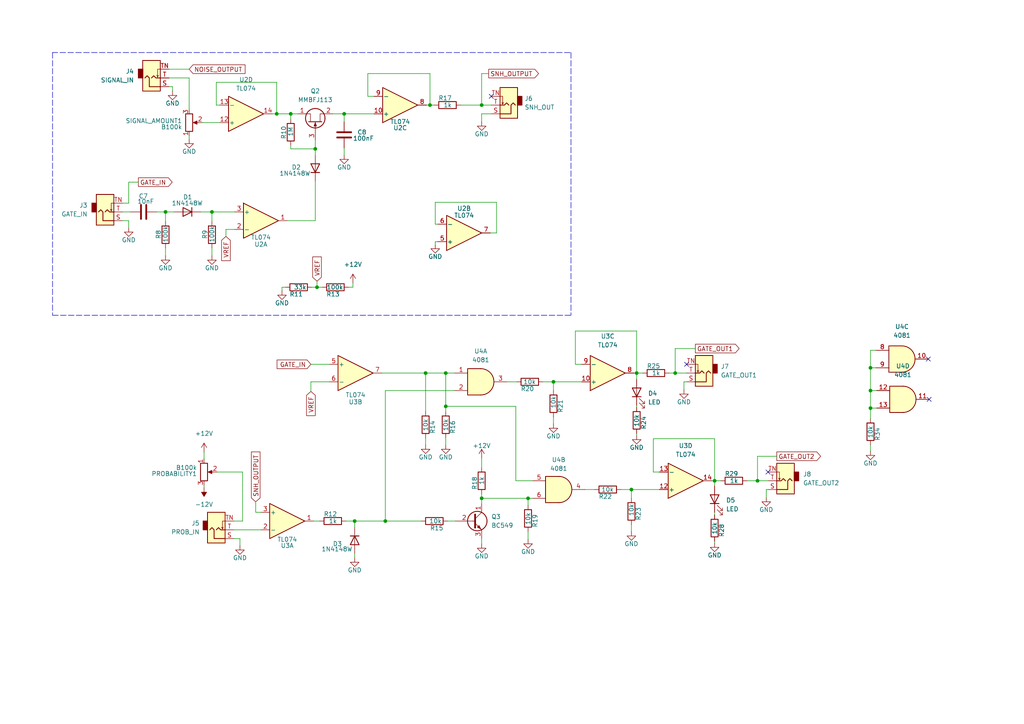
<source format=kicad_sch>
(kicad_sch (version 20211123) (generator eeschema)
  (paper "A4")
  (lib_symbols
    (symbol "4xxx:4081" (pin_names (offset 1.016))
      (property "Reference" "U" (at 0 1.27 0))
      (property "Value" "4081" (at 0 -1.27 0))
      (symbol "4081_1_1"
        (arc (start 0 -3.81) (mid 3.81 0) (end 0 3.81) (stroke (width 0.254)) (fill (type background)))
        (polyline (pts (xy 0 3.81) (xy -3.81 3.81) (xy -3.81 -3.81) (xy 0 -3.81)) (stroke (width 0.254)) (fill (type background)))
        (pin input line (at -7.62 2.54 0) (length 3.81) (name "~") (number "1"))
        (pin input line (at -7.62 -2.54 0) (length 3.81) (name "~") (number "2"))
        (pin output line (at 7.62 0 180) (length 3.81) (name "~") (number "3"))
      )
      (symbol "4081_1_2"
        (arc (start -3.81 -3.81) (mid -2.589 0) (end -3.81 3.81) (stroke (width 0.254)))
        (arc (start -0.6096 -3.81) (mid 2.1842 -2.5851) (end 3.81 0) (stroke (width 0.254)) (fill (type background)))
        (polyline (pts (xy -3.81 -3.81) (xy -0.635 -3.81)) (stroke (width 0.254)) (fill (type background)))
        (polyline (pts (xy -3.81 3.81) (xy -0.635 3.81)) (stroke (width 0.254)) (fill (type background)))
        (polyline (pts (xy -0.635 3.81) (xy -3.81 3.81) (xy -3.81 3.81) (xy -3.556 3.4036) (xy -3.0226 2.2606) (xy -2.6924 1.0414) (xy -2.6162 -0.254) (xy -2.7686 -1.4986) (xy -3.175 -2.7178) (xy -3.81 -3.81) (xy -3.81 -3.81) (xy -0.635 -3.81)) (stroke (width -25.4)) (fill (type background)))
        (arc (start 3.81 0) (mid 2.1915 2.5936) (end -0.6096 3.81) (stroke (width 0.254)) (fill (type background)))
        (pin input inverted (at -7.62 2.54 0) (length 4.318) (name "~") (number "1"))
        (pin input inverted (at -7.62 -2.54 0) (length 4.318) (name "~") (number "2"))
        (pin output inverted (at 7.62 0 180) (length 3.81) (name "~") (number "3"))
      )
      (symbol "4081_2_1"
        (arc (start 0 -3.81) (mid 3.81 0) (end 0 3.81) (stroke (width 0.254)) (fill (type background)))
        (polyline (pts (xy 0 3.81) (xy -3.81 3.81) (xy -3.81 -3.81) (xy 0 -3.81)) (stroke (width 0.254)) (fill (type background)))
        (pin output line (at 7.62 0 180) (length 3.81) (name "~") (number "4"))
        (pin input line (at -7.62 2.54 0) (length 3.81) (name "~") (number "5"))
        (pin input line (at -7.62 -2.54 0) (length 3.81) (name "~") (number "6"))
      )
      (symbol "4081_2_2"
        (arc (start -3.81 -3.81) (mid -2.589 0) (end -3.81 3.81) (stroke (width 0.254)))
        (arc (start -0.6096 -3.81) (mid 2.1842 -2.5851) (end 3.81 0) (stroke (width 0.254)) (fill (type background)))
        (polyline (pts (xy -3.81 -3.81) (xy -0.635 -3.81)) (stroke (width 0.254)) (fill (type background)))
        (polyline (pts (xy -3.81 3.81) (xy -0.635 3.81)) (stroke (width 0.254)) (fill (type background)))
        (polyline (pts (xy -0.635 3.81) (xy -3.81 3.81) (xy -3.81 3.81) (xy -3.556 3.4036) (xy -3.0226 2.2606) (xy -2.6924 1.0414) (xy -2.6162 -0.254) (xy -2.7686 -1.4986) (xy -3.175 -2.7178) (xy -3.81 -3.81) (xy -3.81 -3.81) (xy -0.635 -3.81)) (stroke (width -25.4)) (fill (type background)))
        (arc (start 3.81 0) (mid 2.1915 2.5936) (end -0.6096 3.81) (stroke (width 0.254)) (fill (type background)))
        (pin output inverted (at 7.62 0 180) (length 3.81) (name "~") (number "4"))
        (pin input inverted (at -7.62 2.54 0) (length 4.318) (name "~") (number "5"))
        (pin input inverted (at -7.62 -2.54 0) (length 4.318) (name "~") (number "6"))
      )
      (symbol "4081_3_1"
        (arc (start 0 -3.81) (mid 3.81 0) (end 0 3.81) (stroke (width 0.254)) (fill (type background)))
        (polyline (pts (xy 0 3.81) (xy -3.81 3.81) (xy -3.81 -3.81) (xy 0 -3.81)) (stroke (width 0.254)) (fill (type background)))
        (pin output line (at 7.62 0 180) (length 3.81) (name "~") (number "10"))
        (pin input line (at -7.62 2.54 0) (length 3.81) (name "~") (number "8"))
        (pin input line (at -7.62 -2.54 0) (length 3.81) (name "~") (number "9"))
      )
      (symbol "4081_3_2"
        (arc (start -3.81 -3.81) (mid -2.589 0) (end -3.81 3.81) (stroke (width 0.254)))
        (arc (start -0.6096 -3.81) (mid 2.1842 -2.5851) (end 3.81 0) (stroke (width 0.254)) (fill (type background)))
        (polyline (pts (xy -3.81 -3.81) (xy -0.635 -3.81)) (stroke (width 0.254)) (fill (type background)))
        (polyline (pts (xy -3.81 3.81) (xy -0.635 3.81)) (stroke (width 0.254)) (fill (type background)))
        (polyline (pts (xy -0.635 3.81) (xy -3.81 3.81) (xy -3.81 3.81) (xy -3.556 3.4036) (xy -3.0226 2.2606) (xy -2.6924 1.0414) (xy -2.6162 -0.254) (xy -2.7686 -1.4986) (xy -3.175 -2.7178) (xy -3.81 -3.81) (xy -3.81 -3.81) (xy -0.635 -3.81)) (stroke (width -25.4)) (fill (type background)))
        (arc (start 3.81 0) (mid 2.1915 2.5936) (end -0.6096 3.81) (stroke (width 0.254)) (fill (type background)))
        (pin output inverted (at 7.62 0 180) (length 3.81) (name "~") (number "10"))
        (pin input inverted (at -7.62 2.54 0) (length 4.318) (name "~") (number "8"))
        (pin input inverted (at -7.62 -2.54 0) (length 4.318) (name "~") (number "9"))
      )
      (symbol "4081_4_1"
        (arc (start 0 -3.81) (mid 3.81 0) (end 0 3.81) (stroke (width 0.254)) (fill (type background)))
        (polyline (pts (xy 0 3.81) (xy -3.81 3.81) (xy -3.81 -3.81) (xy 0 -3.81)) (stroke (width 0.254)) (fill (type background)))
        (pin output line (at 7.62 0 180) (length 3.81) (name "~") (number "11"))
        (pin input line (at -7.62 2.54 0) (length 3.81) (name "~") (number "12"))
        (pin input line (at -7.62 -2.54 0) (length 3.81) (name "~") (number "13"))
      )
      (symbol "4081_4_2"
        (arc (start -3.81 -3.81) (mid -2.589 0) (end -3.81 3.81) (stroke (width 0.254)))
        (arc (start -0.6096 -3.81) (mid 2.1842 -2.5851) (end 3.81 0) (stroke (width 0.254)) (fill (type background)))
        (polyline (pts (xy -3.81 -3.81) (xy -0.635 -3.81)) (stroke (width 0.254)) (fill (type background)))
        (polyline (pts (xy -3.81 3.81) (xy -0.635 3.81)) (stroke (width 0.254)) (fill (type background)))
        (polyline (pts (xy -0.635 3.81) (xy -3.81 3.81) (xy -3.81 3.81) (xy -3.556 3.4036) (xy -3.0226 2.2606) (xy -2.6924 1.0414) (xy -2.6162 -0.254) (xy -2.7686 -1.4986) (xy -3.175 -2.7178) (xy -3.81 -3.81) (xy -3.81 -3.81) (xy -0.635 -3.81)) (stroke (width -25.4)) (fill (type background)))
        (arc (start 3.81 0) (mid 2.1915 2.5936) (end -0.6096 3.81) (stroke (width 0.254)) (fill (type background)))
        (pin output inverted (at 7.62 0 180) (length 3.81) (name "~") (number "11"))
        (pin input inverted (at -7.62 2.54 0) (length 4.318) (name "~") (number "12"))
        (pin input inverted (at -7.62 -2.54 0) (length 4.318) (name "~") (number "13"))
      )
      (symbol "4081_5_0"
        (pin power_in line (at 0 12.7 270) (length 5.08) (name "VDD") (number "14"))
        (pin power_in line (at 0 -12.7 90) (length 5.08) (name "VSS") (number "7"))
      )
      (symbol "4081_5_1"
        (rectangle (start -5.08 7.62) (end 5.08 -7.62) (stroke (width 0.254)) (fill (type background)))
      )
    )
    (symbol "Amplifier_Operational:TL074" (pin_names (offset 0.127))
      (property "Reference" "U" (at 0 5.08 0))
      (property "Value" "TL074" (at 0 -5.08 0))
      (symbol "TL074_1_1"
        (polyline (pts (xy -5.08 5.08) (xy 5.08 0) (xy -5.08 -5.08) (xy -5.08 5.08)) (stroke (width 0.254)) (fill (type background)))
        (pin output line (at 7.62 0 180) (length 2.54) (name "~") (number "1"))
        (pin input line (at -7.62 -2.54 0) (length 2.54) (name "-") (number "2"))
        (pin input line (at -7.62 2.54 0) (length 2.54) (name "+") (number "3"))
      )
      (symbol "TL074_2_1"
        (polyline (pts (xy -5.08 5.08) (xy 5.08 0) (xy -5.08 -5.08) (xy -5.08 5.08)) (stroke (width 0.254)) (fill (type background)))
        (pin input line (at -7.62 2.54 0) (length 2.54) (name "+") (number "5"))
        (pin input line (at -7.62 -2.54 0) (length 2.54) (name "-") (number "6"))
        (pin output line (at 7.62 0 180) (length 2.54) (name "~") (number "7"))
      )
      (symbol "TL074_3_1"
        (polyline (pts (xy -5.08 5.08) (xy 5.08 0) (xy -5.08 -5.08) (xy -5.08 5.08)) (stroke (width 0.254)) (fill (type background)))
        (pin input line (at -7.62 2.54 0) (length 2.54) (name "+") (number "10"))
        (pin output line (at 7.62 0 180) (length 2.54) (name "~") (number "8"))
        (pin input line (at -7.62 -2.54 0) (length 2.54) (name "-") (number "9"))
      )
      (symbol "TL074_4_1"
        (polyline (pts (xy -5.08 5.08) (xy 5.08 0) (xy -5.08 -5.08) (xy -5.08 5.08)) (stroke (width 0.254)) (fill (type background)))
        (pin input line (at -7.62 2.54 0) (length 2.54) (name "+") (number "12"))
        (pin input line (at -7.62 -2.54 0) (length 2.54) (name "-") (number "13"))
        (pin output line (at 7.62 0 180) (length 2.54) (name "~") (number "14"))
      )
      (symbol "TL074_5_1"
        (pin power_in line (at -2.54 -7.62 90) (length 3.81) (name "V-") (number "11"))
        (pin power_in line (at -2.54 7.62 270) (length 3.81) (name "V+") (number "4"))
      )
    )
    (symbol "Connector:AudioJack2_SwitchT"
      (property "Reference" "J" (at 0 8.89 0))
      (property "Value" "AudioJack2_SwitchT" (at 0 6.35 0))
      (symbol "AudioJack2_SwitchT_0_1"
        (rectangle (start -2.54 0) (end -3.81 -2.54) (stroke (width 0.254)) (fill (type outline)))
        (polyline (pts (xy 1.778 -0.254) (xy 2.032 -0.762)))
        (polyline (pts (xy 0 0) (xy 0.635 -0.635) (xy 1.27 0) (xy 2.54 0)) (stroke (width 0.254)))
        (polyline (pts (xy 2.54 -2.54) (xy 1.778 -2.54) (xy 1.778 -0.254) (xy 1.524 -0.762)))
        (polyline (pts (xy 2.54 2.54) (xy -0.635 2.54) (xy -0.635 0) (xy -1.27 -0.635) (xy -1.905 0)) (stroke (width 0.254)))
        (rectangle (start 2.54 3.81) (end -2.54 -5.08) (stroke (width 0.254)) (fill (type background)))
      )
      (symbol "AudioJack2_SwitchT_1_1"
        (pin passive line (at 5.08 2.54 180) (length 2.54) (name "~") (number "S"))
        (pin passive line (at 5.08 0 180) (length 2.54) (name "~") (number "T"))
        (pin passive line (at 5.08 -2.54 180) (length 2.54) (name "~") (number "TN"))
      )
    )
    (symbol "Device:C" (pin_numbers hide) (pin_names (offset 0.254))
      (property "Reference" "C" (at 0.635 2.54 0))
      (property "Value" "C" (at 0.635 -2.54 0))
      (symbol "C_0_1"
        (polyline (pts (xy -2.032 -0.762) (xy 2.032 -0.762)) (stroke (width 0.508)))
        (polyline (pts (xy -2.032 0.762) (xy 2.032 0.762)) (stroke (width 0.508)))
      )
      (symbol "C_1_1"
        (pin passive line (at 0 3.81 270) (length 2.794) (name "~") (number "1"))
        (pin passive line (at 0 -3.81 90) (length 2.794) (name "~") (number "2"))
      )
    )
    (symbol "Device:LED" (pin_numbers hide) (pin_names (offset 1.016) hide)
      (property "Reference" "D" (at 0 2.54 0))
      (property "Value" "LED" (at 0 -2.54 0))
      (symbol "LED_0_1"
        (polyline (pts (xy -1.27 -1.27) (xy -1.27 1.27)) (stroke (width 0.254)))
        (polyline (pts (xy -1.27 0) (xy 1.27 0)))
        (polyline (pts (xy 1.27 -1.27) (xy 1.27 1.27) (xy -1.27 0) (xy 1.27 -1.27)) (stroke (width 0.254)))
        (polyline (pts (xy -3.048 -0.762) (xy -4.572 -2.286) (xy -3.81 -2.286) (xy -4.572 -2.286) (xy -4.572 -1.524)))
        (polyline (pts (xy -1.778 -0.762) (xy -3.302 -2.286) (xy -2.54 -2.286) (xy -3.302 -2.286) (xy -3.302 -1.524)))
      )
      (symbol "LED_1_1"
        (pin passive line (at -3.81 0 0) (length 2.54) (name "K") (number "1"))
        (pin passive line (at 3.81 0 180) (length 2.54) (name "A") (number "2"))
      )
    )
    (symbol "Device:R" (pin_numbers hide) (pin_names (offset 0))
      (property "Reference" "R" (at 2.032 0 90))
      (property "Value" "R" (at 0 0 90))
      (symbol "R_0_1"
        (rectangle (start -1.016 -2.54) (end 1.016 2.54) (stroke (width 0.254)))
      )
      (symbol "R_1_1"
        (pin passive line (at 0 3.81 270) (length 1.27) (name "~") (number "1"))
        (pin passive line (at 0 -3.81 90) (length 1.27) (name "~") (number "2"))
      )
    )
    (symbol "Device:R_Potentiometer" (pin_names (offset 1.016) hide)
      (property "Reference" "RV" (at -4.445 0 90))
      (property "Value" "R_Potentiometer" (at -2.54 0 90))
      (symbol "R_Potentiometer_0_1"
        (polyline (pts (xy 2.54 0) (xy 1.524 0)))
        (polyline (pts (xy 1.143 0) (xy 2.286 0.508) (xy 2.286 -0.508) (xy 1.143 0)) (fill (type outline)))
        (rectangle (start 1.016 2.54) (end -1.016 -2.54) (stroke (width 0.254)))
      )
      (symbol "R_Potentiometer_1_1"
        (pin passive line (at 0 3.81 270) (length 1.27) (name "1") (number "1"))
        (pin passive line (at 3.81 0 180) (length 1.27) (name "2") (number "2"))
        (pin passive line (at 0 -3.81 90) (length 1.27) (name "3") (number "3"))
      )
    )
    (symbol "Diode:1N4148W" (pin_numbers hide) (pin_names hide)
      (property "Reference" "D" (at 0 2.54 0))
      (property "Value" "1N4148W" (at 0 -2.54 0))
      (symbol "1N4148W_0_1"
        (polyline (pts (xy -1.27 1.27) (xy -1.27 -1.27)) (stroke (width 0.254)))
        (polyline (pts (xy 1.27 0) (xy -1.27 0)))
        (polyline (pts (xy 1.27 1.27) (xy 1.27 -1.27) (xy -1.27 0) (xy 1.27 1.27)) (stroke (width 0.254)))
      )
      (symbol "1N4148W_1_1"
        (pin passive line (at -3.81 0 0) (length 2.54) (name "K") (number "1"))
        (pin passive line (at 3.81 0 180) (length 2.54) (name "A") (number "2"))
      )
    )
    (symbol "Transistor_BJT:BC549" (pin_names (offset 0) hide)
      (property "Reference" "Q" (at 5.08 1.905 0))
      (property "Value" "BC549" (at 5.08 0 0))
      (symbol "BC549_0_1"
        (polyline (pts (xy 0 0) (xy 0.635 0)))
        (polyline (pts (xy 0.635 0.635) (xy 2.54 2.54)))
        (polyline (pts (xy 0.635 -0.635) (xy 2.54 -2.54) (xy 2.54 -2.54)))
        (polyline (pts (xy 0.635 1.905) (xy 0.635 -1.905) (xy 0.635 -1.905)) (stroke (width 0.508)))
        (polyline (pts (xy 1.27 -1.778) (xy 1.778 -1.27) (xy 2.286 -2.286) (xy 1.27 -1.778) (xy 1.27 -1.778)) (fill (type outline)))
        (circle (center 1.27 0) (radius 2.8194) (stroke (width 0.254)))
      )
      (symbol "BC549_1_1"
        (pin passive line (at 2.54 5.08 270) (length 2.54) (name "C") (number "1"))
        (pin input line (at -5.08 0 0) (length 5.08) (name "B") (number "2"))
        (pin passive line (at 2.54 -5.08 90) (length 2.54) (name "E") (number "3"))
      )
    )
    (symbol "Transistor_FET:MMBFJ113" (pin_names hide)
      (property "Reference" "Q" (at 5.08 1.905 0))
      (property "Value" "MMBFJ113" (at 5.08 0 0))
      (symbol "MMBFJ113_0_1"
        (polyline (pts (xy 0.254 0) (xy -2.54 0)))
        (polyline (pts (xy 0.254 1.905) (xy 0.254 -1.905)) (stroke (width 0.254)))
        (polyline (pts (xy 2.54 -2.54) (xy 2.54 -1.397) (xy 0.254 -1.397)))
        (polyline (pts (xy 2.54 2.54) (xy 2.54 1.397) (xy 0.254 1.397)))
        (polyline (pts (xy 0 0) (xy -1.016 0.381) (xy -1.016 -0.381) (xy 0 0)) (fill (type outline)))
        (circle (center 1.27 0) (radius 2.8194) (stroke (width 0.254)))
      )
      (symbol "MMBFJ113_1_1"
        (pin passive line (at 2.54 5.08 270) (length 2.54) (name "D") (number "1"))
        (pin passive line (at 2.54 -5.08 90) (length 2.54) (name "S") (number "2"))
        (pin input line (at -5.08 0 0) (length 2.54) (name "G") (number "3"))
      )
    )
    (symbol "power:+12V" (power) (pin_names (offset 0))
      (property "Value" "+12V" (at 0 3.556 0))
      (symbol "+12V_0_1"
        (polyline (pts (xy -0.762 1.27) (xy 0 2.54)))
        (polyline (pts (xy 0 0) (xy 0 2.54)))
        (polyline (pts (xy 0 2.54) (xy 0.762 1.27)))
      )
      (symbol "+12V_1_1"
        (pin power_in line (at 0 0 90) (length 0) hide (name "+12V") (number "1"))
      )
    )
    (symbol "power:-12V" (power) (pin_names (offset 0))
      (property "Value" "-12V" (at 0 3.81 0))
      (symbol "-12V_0_0"
        (pin power_in line (at 0 0 90) (length 0) hide (name "-12V") (number "1"))
      )
      (symbol "-12V_0_1"
        (polyline (pts (xy 0 0) (xy 0 1.27) (xy 0.762 1.27) (xy 0 2.54) (xy -0.762 1.27) (xy 0 1.27)) (fill (type outline)))
      )
    )
    (symbol "power:GND" (power) (pin_names (offset 0))
      (property "Value" "GND" (at 0 -3.81 0))
      (symbol "GND_0_1"
        (polyline (pts (xy 0 0) (xy 0 -1.27) (xy 1.27 -1.27) (xy 0 -2.54) (xy -1.27 -1.27) (xy 0 -1.27)))
      )
      (symbol "GND_1_1"
        (pin power_in line (at 0 0 270) (length 0) hide (name "GND") (number "1"))
      )
    )
  )
  (junction (at 252.476 113.284))
  (junction (at 195.834 108.204))
  (junction (at 124.714 30.48))
  (junction (at 91.948 83.312))
  (junction (at 184.658 108.204))
  (junction (at 129.286 117.856))
  (junction (at 102.87 151.13))
  (junction (at 129.286 108.204))
  (junction (at 61.468 61.468))
  (junction (at 80.264 33.02))
  (junction (at 139.7 30.48))
  (junction (at 160.528 110.744))
  (junction (at 252.476 106.68))
  (junction (at 207.264 139.446))
  (junction (at 219.71 139.446))
  (junction (at 99.822 33.02))
  (junction (at 139.7 144.526))
  (junction (at 48.006 61.468))
  (junction (at 183.134 141.986))
  (junction (at 84.328 33.02))
  (junction (at 252.476 118.364))
  (junction (at 123.444 108.204))
  (junction (at 91.44 43.18))
  (junction (at 111.76 151.13))
  (junction (at 153.162 144.526))
  (no_connect (at 142.494 27.94))
  (no_connect (at 222.758 136.906))
  (no_connect (at 269.24 104.14))
  (no_connect (at 269.494 115.824))
  (no_connect (at 199.136 105.664))
  (wire (pts (xy 225.298 132.334) (xy 219.71 132.334)))
  (wire (pts (xy 189.484 136.906) (xy 189.484 127.254)))
  (wire (pts (xy 61.468 61.468) (xy 61.468 64.262)))
  (wire (pts (xy 59.182 140.716) (xy 59.182 141.478)))
  (wire (pts (xy 67.818 151.13) (xy 70.358 151.13)))
  (wire (pts (xy 139.7 132.842) (xy 139.7 135.636)))
  (wire (pts (xy 84.328 43.18) (xy 91.44 43.18)))
  (wire (pts (xy 84.328 42.164) (xy 84.328 43.18)))
  (wire (pts (xy 37.338 66.04) (xy 37.338 64.008)))
  (wire (pts (xy 142.24 67.564) (xy 144.018 67.564)))
  (wire (pts (xy 48.006 61.468) (xy 48.006 64.262)))
  (wire (pts (xy 78.994 33.02) (xy 80.264 33.02)))
  (wire (pts (xy 206.502 139.446) (xy 207.264 139.446)))
  (wire (pts (xy 74.168 145.542) (xy 74.168 148.59)))
  (wire (pts (xy 50.038 26.416) (xy 50.038 25.146)))
  (wire (pts (xy 123.444 108.204) (xy 123.444 119.38)))
  (wire (pts (xy 58.166 61.468) (xy 61.468 61.468)))
  (wire (pts (xy 91.44 52.578) (xy 91.44 64.008)))
  (wire (pts (xy 62.992 136.906) (xy 70.358 136.906)))
  (wire (pts (xy 157.48 110.744) (xy 160.528 110.744)))
  (wire (pts (xy 252.476 106.68) (xy 254 106.68)))
  (wire (pts (xy 80.264 33.02) (xy 84.328 33.02)))
  (wire (pts (xy 129.286 117.856) (xy 149.606 117.856)))
  (wire (pts (xy 139.7 30.48) (xy 139.7 21.336)))
  (wire (pts (xy 184.658 108.204) (xy 186.436 108.204)))
  (wire (pts (xy 70.358 136.906) (xy 70.358 151.13)))
  (wire (pts (xy 61.468 61.468) (xy 68.072 61.468)))
  (wire (pts (xy 59.182 131.064) (xy 59.182 133.096)))
  (wire (pts (xy 54.864 22.606) (xy 54.864 31.75)))
  (wire (pts (xy 37.338 52.832) (xy 37.338 58.928)))
  (wire (pts (xy 252.476 118.364) (xy 252.476 121.412)))
  (polyline (pts (xy 15.24 15.24) (xy 15.24 91.44)))
  (wire (pts (xy 184.658 117.602) (xy 184.658 118.11)))
  (wire (pts (xy 139.7 33.02) (xy 139.7 35.306)))
  (wire (pts (xy 133.604 30.48) (xy 139.7 30.48)))
  (wire (pts (xy 252.476 118.364) (xy 254.254 118.364)))
  (wire (pts (xy 100.33 151.13) (xy 102.87 151.13)))
  (wire (pts (xy 65.532 66.548) (xy 65.532 68.58)))
  (wire (pts (xy 67.818 153.67) (xy 75.692 153.67)))
  (wire (pts (xy 37.338 64.008) (xy 35.56 64.008)))
  (wire (pts (xy 49.022 20.066) (xy 54.864 20.066)))
  (wire (pts (xy 62.738 23.876) (xy 80.264 23.876)))
  (wire (pts (xy 129.794 151.13) (xy 132.08 151.13)))
  (wire (pts (xy 160.528 110.744) (xy 168.656 110.744)))
  (wire (pts (xy 90.17 113.538) (xy 90.17 110.744)))
  (wire (pts (xy 124.714 30.48) (xy 125.984 30.48)))
  (wire (pts (xy 58.674 35.56) (xy 63.754 35.56)))
  (wire (pts (xy 207.264 148.59) (xy 207.264 149.352)))
  (wire (pts (xy 153.162 154.178) (xy 153.162 156.464)))
  (wire (pts (xy 222.25 141.986) (xy 222.25 144.272)))
  (wire (pts (xy 91.948 83.312) (xy 93.472 83.312)))
  (wire (pts (xy 106.68 21.336) (xy 124.714 21.336)))
  (wire (pts (xy 147.066 110.744) (xy 149.86 110.744)))
  (polyline (pts (xy 165.608 15.24) (xy 165.608 91.44)))
  (wire (pts (xy 99.822 33.02) (xy 108.458 33.02)))
  (wire (pts (xy 160.528 120.904) (xy 160.528 122.936)))
  (wire (pts (xy 74.168 148.59) (xy 75.692 148.59)))
  (wire (pts (xy 195.834 101.092) (xy 195.834 108.204)))
  (wire (pts (xy 45.466 61.468) (xy 48.006 61.468)))
  (wire (pts (xy 207.264 156.972) (xy 207.264 157.48)))
  (wire (pts (xy 252.476 129.032) (xy 252.476 130.81)))
  (wire (pts (xy 68.072 66.548) (xy 65.532 66.548)))
  (polyline (pts (xy 15.24 91.44) (xy 165.608 91.44)))
  (wire (pts (xy 63.754 30.48) (xy 62.738 30.48)))
  (wire (pts (xy 82.804 83.312) (xy 81.788 83.312)))
  (wire (pts (xy 123.444 127) (xy 123.444 129.032)))
  (wire (pts (xy 91.44 64.008) (xy 83.312 64.008)))
  (wire (pts (xy 108.458 27.94) (xy 106.68 27.94)))
  (wire (pts (xy 90.17 105.664) (xy 95.504 105.664)))
  (wire (pts (xy 129.286 108.204) (xy 129.286 117.856)))
  (wire (pts (xy 252.476 106.68) (xy 252.476 113.284)))
  (wire (pts (xy 91.948 81.534) (xy 91.948 83.312)))
  (wire (pts (xy 124.714 21.336) (xy 124.714 30.48)))
  (wire (pts (xy 169.672 141.986) (xy 172.466 141.986)))
  (wire (pts (xy 139.7 21.336) (xy 141.732 21.336)))
  (wire (pts (xy 111.76 113.284) (xy 131.826 113.284)))
  (wire (pts (xy 219.71 132.334) (xy 219.71 139.446)))
  (wire (pts (xy 49.022 22.606) (xy 54.864 22.606)))
  (wire (pts (xy 106.68 27.94) (xy 106.68 21.336)))
  (wire (pts (xy 139.7 156.21) (xy 139.7 157.734)))
  (wire (pts (xy 166.878 105.664) (xy 166.878 96.012)))
  (wire (pts (xy 168.656 105.664) (xy 166.878 105.664)))
  (wire (pts (xy 90.17 110.744) (xy 95.504 110.744)))
  (wire (pts (xy 129.286 127) (xy 129.286 129.032)))
  (wire (pts (xy 69.596 158.242) (xy 69.596 156.21)))
  (wire (pts (xy 207.264 139.446) (xy 207.264 140.97)))
  (wire (pts (xy 126.238 58.674) (xy 126.238 65.024)))
  (wire (pts (xy 195.834 108.204) (xy 199.136 108.204)))
  (wire (pts (xy 48.006 71.882) (xy 48.006 74.168)))
  (wire (pts (xy 91.44 43.18) (xy 91.44 44.958)))
  (wire (pts (xy 216.662 139.446) (xy 219.71 139.446)))
  (wire (pts (xy 207.264 139.446) (xy 209.042 139.446)))
  (wire (pts (xy 126.238 65.024) (xy 127 65.024)))
  (wire (pts (xy 160.528 113.284) (xy 160.528 110.744)))
  (wire (pts (xy 139.7 144.526) (xy 139.7 146.05)))
  (wire (pts (xy 99.822 33.02) (xy 99.822 35.306)))
  (wire (pts (xy 149.606 139.446) (xy 154.432 139.446)))
  (wire (pts (xy 69.596 156.21) (xy 67.818 156.21)))
  (wire (pts (xy 110.744 108.204) (xy 123.444 108.204)))
  (wire (pts (xy 184.658 125.73) (xy 184.658 126.238)))
  (wire (pts (xy 183.896 108.204) (xy 184.658 108.204)))
  (wire (pts (xy 40.132 52.832) (xy 37.338 52.832)))
  (wire (pts (xy 183.134 152.146) (xy 183.134 154.178)))
  (wire (pts (xy 184.658 96.012) (xy 184.658 108.204)))
  (wire (pts (xy 144.018 58.674) (xy 126.238 58.674)))
  (wire (pts (xy 54.864 39.37) (xy 54.864 40.386)))
  (wire (pts (xy 184.658 108.204) (xy 184.658 109.982)))
  (polyline (pts (xy 165.354 15.24) (xy 15.24 15.24)))
  (wire (pts (xy 123.444 108.204) (xy 129.286 108.204)))
  (wire (pts (xy 139.7 144.526) (xy 153.162 144.526)))
  (wire (pts (xy 183.134 141.986) (xy 191.262 141.986)))
  (wire (pts (xy 111.76 151.13) (xy 122.174 151.13)))
  (wire (pts (xy 90.932 151.13) (xy 92.71 151.13)))
  (wire (pts (xy 48.006 61.468) (xy 50.546 61.468)))
  (wire (pts (xy 124.714 30.48) (xy 123.698 30.48)))
  (wire (pts (xy 222.758 141.986) (xy 222.25 141.986)))
  (wire (pts (xy 183.134 144.526) (xy 183.134 141.986)))
  (wire (pts (xy 142.494 33.02) (xy 139.7 33.02)))
  (wire (pts (xy 201.676 101.092) (xy 195.834 101.092)))
  (wire (pts (xy 198.374 110.744) (xy 198.374 113.03)))
  (wire (pts (xy 102.87 160.528) (xy 102.87 161.798)))
  (wire (pts (xy 96.52 33.02) (xy 99.822 33.02)))
  (wire (pts (xy 50.038 25.146) (xy 49.022 25.146)))
  (wire (pts (xy 252.476 101.6) (xy 252.476 106.68)))
  (wire (pts (xy 139.7 143.256) (xy 139.7 144.526)))
  (wire (pts (xy 254 101.6) (xy 252.476 101.6)))
  (wire (pts (xy 102.87 151.13) (xy 102.87 152.908)))
  (wire (pts (xy 254.254 113.284) (xy 252.476 113.284)))
  (wire (pts (xy 99.822 42.926) (xy 99.822 44.958)))
  (wire (pts (xy 139.7 30.48) (xy 142.494 30.48)))
  (wire (pts (xy 126.238 70.104) (xy 126.238 70.866)))
  (wire (pts (xy 81.788 83.312) (xy 81.788 84.328)))
  (wire (pts (xy 127 70.104) (xy 126.238 70.104)))
  (wire (pts (xy 129.286 117.856) (xy 129.286 119.38)))
  (wire (pts (xy 37.338 58.928) (xy 35.56 58.928)))
  (wire (pts (xy 102.87 151.13) (xy 111.76 151.13)))
  (wire (pts (xy 144.018 67.564) (xy 144.018 58.674)))
  (wire (pts (xy 35.56 61.468) (xy 37.846 61.468)))
  (wire (pts (xy 153.162 144.526) (xy 154.432 144.526)))
  (wire (pts (xy 149.606 117.856) (xy 149.606 139.446)))
  (wire (pts (xy 102.362 82.042) (xy 102.362 83.312)))
  (wire (pts (xy 111.76 113.284) (xy 111.76 151.13)))
  (wire (pts (xy 61.468 71.882) (xy 61.468 74.168)))
  (wire (pts (xy 166.878 96.012) (xy 184.658 96.012)))
  (wire (pts (xy 153.162 144.526) (xy 153.162 146.558)))
  (wire (pts (xy 80.264 23.876) (xy 80.264 33.02)))
  (wire (pts (xy 90.424 83.312) (xy 91.948 83.312)))
  (wire (pts (xy 102.362 83.312) (xy 101.092 83.312)))
  (wire (pts (xy 207.264 127.254) (xy 207.264 139.446)))
  (wire (pts (xy 84.328 33.02) (xy 86.36 33.02)))
  (wire (pts (xy 189.484 127.254) (xy 207.264 127.254)))
  (wire (pts (xy 199.136 110.744) (xy 198.374 110.744)))
  (wire (pts (xy 252.476 113.284) (xy 252.476 118.364)))
  (wire (pts (xy 194.056 108.204) (xy 195.834 108.204)))
  (wire (pts (xy 180.086 141.986) (xy 183.134 141.986)))
  (wire (pts (xy 62.738 30.48) (xy 62.738 23.876)))
  (wire (pts (xy 91.44 40.64) (xy 91.44 43.18)))
  (wire (pts (xy 191.262 136.906) (xy 189.484 136.906)))
  (wire (pts (xy 219.71 139.446) (xy 222.758 139.446)))
  (wire (pts (xy 84.328 33.02) (xy 84.328 34.544)))
  (wire (pts (xy 129.286 108.204) (xy 131.826 108.204)))
  (global_label "GATE_IN" (shape output) (at 40.132 52.832 0) (property "Intersheet References" "${INTERSHEET_REFS}" (effects hide)))
  (global_label "VREF" (shape input) (at 65.532 68.58 270) (property "Intersheet References" "${INTERSHEET_REFS}" (effects hide)))
  (global_label "NOISE_OUTPUT" (shape input) (at 54.864 20.066 0) (property "Intersheet References" "${INTERSHEET_REFS}" (effects hide)))
  (global_label "VREF" (shape input) (at 91.948 81.534 90) (property "Intersheet References" "${INTERSHEET_REFS}" (effects hide)))
  (global_label "VREF" (shape input) (at 90.17 113.538 270) (property "Intersheet References" "${INTERSHEET_REFS}" (effects hide)))
  (global_label "SNH_OUTPUT" (shape input) (at 74.168 145.542 90) (property "Intersheet References" "${INTERSHEET_REFS}" (effects hide)))
  (global_label "GATE_IN" (shape input) (at 90.17 105.664 180) (property "Intersheet References" "${INTERSHEET_REFS}" (effects hide)))
  (global_label "GATE_OUT1" (shape output) (at 201.676 101.092 0) (property "Intersheet References" "${INTERSHEET_REFS}" (effects hide)))
  (global_label "GATE_OUT2" (shape output) (at 225.298 132.334 0) (property "Intersheet References" "${INTERSHEET_REFS}" (effects hide)))
  (global_label "SNH_OUTPUT" (shape output) (at 141.732 21.336 0) (property "Intersheet References" "${INTERSHEET_REFS}" (effects hide)))
  (symbol (lib_id "Device:R") (at 96.52 151.13 90) (unit 1)
    (property "Reference" "R12" (at 97.79 149.098 90) (effects (justify left)))
    (property "Value" "1k" (at 97.79 151.13 90) (effects (justify left)))
    (property "Footprint" "Resistor_SMD:R_0603_1608Metric_Pad0.98x0.95mm_HandSolder" (effects hide))
  )
  (symbol (lib_id "power:+12V") (at 102.362 82.042 0) (unit 1)
    (property "Reference" "#PWR029" (effects hide))
    (property "Value" "+12V" (at 102.362 76.708 0))
  )
  (symbol (lib_id "Connector:AudioJack2_SwitchT") (at 204.216 108.204 180) (unit 1)
    (property "Reference" "J7" (at 209.042 106.2989 0) (effects (justify right)))
    (property "Value" "GATE_OUT1" (at 209.042 108.8389 0) (effects (justify right)))
    (property "Footprint" "benjiaomodular:AudioJack_3.5mm" (effects hide))
  )
  (symbol (lib_id "power:+12V") (at 139.7 132.842 0) (unit 1)
    (property "Reference" "#PWR035" (effects hide))
    (property "Value" "+12V" (at 139.7 129.286 0))
  )
  (symbol (lib_id "Amplifier_Operational:TL074") (at 83.312 151.13 0) (unit 1)
    (property "Reference" "U3" (at 83.312 158.242 0))
    (property "Value" "TL074" (at 83.312 156.464 0))
    (property "Footprint" "Package_SO:SOIC-14_3.9x8.7mm_P1.27mm" (effects hide))
    (property "Datasheet" "http://www.ti.com/lit/ds/symlink/tl071.pdf" (effects hide))
  )
  (symbol (lib_id "Device:R") (at 123.444 123.19 180) (unit 1)
    (property "Reference" "R14" (at 125.476 121.92 90) (effects (justify left)))
    (property "Value" "10k" (at 123.444 121.412 90) (effects (justify left)))
    (property "Footprint" "Resistor_SMD:R_0603_1608Metric_Pad0.98x0.95mm_HandSolder" (effects hide))
  )
  (symbol (lib_id "Device:R") (at 207.264 153.162 180) (unit 1)
    (property "Reference" "R28" (at 209.296 151.892 90) (effects (justify left)))
    (property "Value" "10k" (at 207.264 151.384 90) (effects (justify left)))
    (property "Footprint" "Resistor_SMD:R_0603_1608Metric_Pad0.98x0.95mm_HandSolder" (effects hide))
  )
  (symbol (lib_id "Amplifier_Operational:TL074") (at 176.276 108.204 0) (mirror x) (unit 3)
    (property "Reference" "U3" (at 176.276 97.536 0))
    (property "Value" "TL074" (at 176.276 100.076 0))
    (property "Footprint" "Package_SO:SOIC-14_3.9x8.7mm_P1.27mm" (effects hide))
    (property "Datasheet" "http://www.ti.com/lit/ds/symlink/tl071.pdf" (effects hide))
  )
  (symbol (lib_id "Device:R") (at 184.658 121.92 180) (unit 1)
    (property "Reference" "R24" (at 186.69 120.65 90) (effects (justify left)))
    (property "Value" "10k" (at 184.658 120.142 90) (effects (justify left)))
    (property "Footprint" "Resistor_SMD:R_0603_1608Metric_Pad0.98x0.95mm_HandSolder" (effects hide))
  )
  (symbol (lib_id "power:GND") (at 54.864 40.386 0) (unit 1)
    (property "Reference" "#PWR022" (effects hide))
    (property "Value" "GND" (at 54.864 43.942 0))
  )
  (symbol (lib_id "power:GND") (at 139.7 35.306 0) (unit 1)
    (property "Reference" "#PWR034" (effects hide))
    (property "Value" "GND" (at 139.7 38.862 0))
  )
  (symbol (lib_id "power:GND") (at 153.162 156.464 0) (unit 1)
    (property "Reference" "#PWR037" (effects hide))
    (property "Value" "GND" (at 153.162 160.02 0))
  )
  (symbol (lib_id "4xxx:4081") (at 139.446 110.744 0) (unit 1)
    (property "Reference" "U4" (at 139.446 101.854 0))
    (property "Value" "4081" (at 139.446 104.394 0))
    (property "Footprint" "Package_SO:SOIC-14_3.9x8.7mm_P1.27mm" (effects hide))
    (property "Datasheet" "http://www.intersil.com/content/dam/Intersil/documents/cd40/cd4073bms-81bms-82bms.pdf" (effects hide))
  )
  (symbol (lib_id "Device:R") (at 153.67 110.744 90) (unit 1)
    (property "Reference" "R20" (at 154.94 112.776 90) (effects (justify left)))
    (property "Value" "10k" (at 155.448 110.744 90) (effects (justify left)))
    (property "Footprint" "Resistor_SMD:R_0603_1608Metric_Pad0.98x0.95mm_HandSolder" (effects hide))
  )
  (symbol (lib_id "power:GND") (at 61.468 74.168 0) (unit 1)
    (property "Reference" "#PWR025" (effects hide))
    (property "Value" "GND" (at 61.468 77.724 0))
  )
  (symbol (lib_id "Device:R") (at 183.134 148.336 180) (unit 1)
    (property "Reference" "R23" (at 185.166 147.066 90) (effects (justify left)))
    (property "Value" "10k" (at 183.134 146.05 90) (effects (justify left)))
    (property "Footprint" "Resistor_SMD:R_0603_1608Metric_Pad0.98x0.95mm_HandSolder" (effects hide))
  )
  (symbol (lib_id "Device:R") (at 176.276 141.986 90) (unit 1)
    (property "Reference" "R22" (at 177.546 144.018 90) (effects (justify left)))
    (property "Value" "10k" (at 178.054 141.986 90) (effects (justify left)))
    (property "Footprint" "Resistor_SMD:R_0603_1608Metric_Pad0.98x0.95mm_HandSolder" (effects hide))
  )
  (symbol (lib_id "power:GND") (at 126.238 70.866 0) (unit 1)
    (property "Reference" "#PWR032" (effects hide))
    (property "Value" "GND" (at 126.238 74.422 0))
  )
  (symbol (lib_id "Amplifier_Operational:TL074") (at 71.374 33.02 0) (mirror x) (unit 4)
    (property "Reference" "U2" (at 71.374 23.114 0))
    (property "Value" "TL074" (at 71.374 25.654 0))
    (property "Footprint" "Package_SO:SOIC-14_3.9x8.7mm_P1.27mm" (effects hide))
    (property "Datasheet" "http://www.ti.com/lit/ds/symlink/tl071.pdf" (effects hide))
  )
  (symbol (lib_id "power:GND") (at 50.038 26.416 0) (unit 1)
    (property "Reference" "#PWR021" (effects hide))
    (property "Value" "GND" (at 50.038 29.972 0))
  )
  (symbol (lib_id "power:GND") (at 184.658 126.238 0) (unit 1)
    (property "Reference" "#PWR040" (effects hide))
    (property "Value" "GND" (at 184.658 129.794 0))
  )
  (symbol (lib_id "Device:R_Potentiometer") (at 54.864 35.56 0) (mirror x) (unit 1)
    (property "Reference" "SIGNAL_AMOUNT1" (at 52.832 35.052 0) (effects (justify right)))
    (property "Value" "B100k" (at 52.832 36.8299 0) (effects (justify right)))
    (property "Footprint" "benjiaomodular:Potentiometer_RV09_NoBracket" (effects hide))
  )
  (symbol (lib_id "Device:R") (at 252.476 125.222 180) (unit 1)
    (property "Reference" "R34" (at 254.508 123.952 90) (effects (justify left)))
    (property "Value" "10k" (at 252.476 123.444 90) (effects (justify left)))
    (property "Footprint" "Resistor_SMD:R_0603_1608Metric_Pad0.98x0.95mm_HandSolder" (effects hide))
  )
  (symbol (lib_id "power:GND") (at 139.7 157.734 0) (unit 1)
    (property "Reference" "#PWR036" (effects hide))
    (property "Value" "GND" (at 139.7 161.29 0))
  )
  (symbol (lib_id "Device:R") (at 84.328 38.354 0) (unit 1)
    (property "Reference" "R10" (at 82.296 40.386 90) (effects (justify left)))
    (property "Value" "1M" (at 84.328 39.624 90) (effects (justify left)))
    (property "Footprint" "Resistor_SMD:R_0603_1608Metric_Pad0.98x0.95mm_HandSolder" (effects hide))
  )
  (symbol (lib_id "Amplifier_Operational:TL074") (at 75.692 64.008 0) (unit 1)
    (property "Reference" "U2" (at 75.692 70.866 0))
    (property "Value" "TL074" (at 75.692 68.834 0))
    (property "Footprint" "Package_SO:SOIC-14_3.9x8.7mm_P1.27mm" (effects hide))
    (property "Datasheet" "http://www.ti.com/lit/ds/symlink/tl071.pdf" (effects hide))
  )
  (symbol (lib_id "power:-12V") (at 59.182 141.478 180) (unit 1)
    (property "Reference" "#PWR024" (effects hide))
    (property "Value" "-12V" (at 59.182 146.304 0))
  )
  (symbol (lib_id "power:GND") (at 123.444 129.032 0) (unit 1)
    (property "Reference" "#PWR031" (effects hide))
    (property "Value" "GND" (at 123.444 132.588 0))
  )
  (symbol (lib_id "Diode:1N4148W") (at 54.356 61.468 180) (unit 1)
    (property "Reference" "D1" (at 53.086 57.15 0) (effects (justify right)))
    (property "Value" "1N4148W" (at 49.784 58.928 0) (effects (justify right)))
    (property "Footprint" "Diode_SMD:D_SOD-123" (effects hide))
    (property "Datasheet" "https://www.vishay.com/docs/85748/1n4148w.pdf" (effects hide))
  )
  (symbol (lib_id "Amplifier_Operational:TL074") (at 198.882 139.446 0) (mirror x) (unit 4)
    (property "Reference" "U3" (at 198.882 129.286 0))
    (property "Value" "TL074" (at 198.882 131.826 0))
    (property "Footprint" "Package_SO:SOIC-14_3.9x8.7mm_P1.27mm" (effects hide))
    (property "Datasheet" "http://www.ti.com/lit/ds/symlink/tl071.pdf" (effects hide))
  )
  (symbol (lib_id "4xxx:4081") (at 261.874 115.824 0) (unit 4)
    (property "Reference" "U4" (at 261.874 106.172 0))
    (property "Value" "4081" (at 261.874 108.712 0))
    (property "Footprint" "Package_SO:SOIC-14_3.9x8.7mm_P1.27mm" (effects hide))
    (property "Datasheet" "http://www.intersil.com/content/dam/Intersil/documents/cd40/cd4073bms-81bms-82bms.pdf" (effects hide))
  )
  (symbol (lib_id "Device:LED") (at 184.658 113.792 90) (unit 1)
    (property "Reference" "D4" (at 187.96 114.1094 90) (effects (justify right)))
    (property "Value" "LED" (at 187.96 116.6494 90) (effects (justify right)))
    (property "Footprint" "LED_SMD:LED_0805_2012Metric_Pad1.15x1.40mm_HandSolder" (effects hide))
  )
  (symbol (lib_id "Connector:AudioJack2_SwitchT") (at 62.738 153.67 0) (mirror x) (unit 1)
    (property "Reference" "J5" (at 57.912 151.7649 0) (effects (justify right)))
    (property "Value" "PROB_IN" (at 57.912 154.3049 0) (effects (justify right)))
    (property "Footprint" "benjiaomodular:AudioJack_3.5mm" (effects hide))
  )
  (symbol (lib_id "power:GND") (at 48.006 74.168 0) (unit 1)
    (property "Reference" "#PWR020" (effects hide))
    (property "Value" "GND" (at 48.006 77.724 0))
  )
  (symbol (lib_id "Device:R") (at 190.246 108.204 90) (unit 1)
    (property "Reference" "R25" (at 191.516 106.172 90) (effects (justify left)))
    (property "Value" "1k" (at 191.516 108.204 90) (effects (justify left)))
    (property "Footprint" "Resistor_SMD:R_0603_1608Metric_Pad0.98x0.95mm_HandSolder" (effects hide))
  )
  (symbol (lib_id "Device:C") (at 41.656 61.468 90) (unit 1)
    (property "Reference" "C7" (at 42.926 56.896 90) (effects (justify left)))
    (property "Value" "10nF" (at 44.704 58.42 90) (effects (justify left)))
    (property "Footprint" "Capacitor_SMD:C_0603_1608Metric_Pad1.08x0.95mm_HandSolder" (effects hide))
  )
  (symbol (lib_id "power:GND") (at 99.822 44.958 0) (unit 1)
    (property "Reference" "#PWR028" (effects hide))
    (property "Value" "GND" (at 99.822 48.514 0))
  )
  (symbol (lib_id "Device:R") (at 61.468 68.072 0) (unit 1)
    (property "Reference" "R9" (at 59.436 69.342 90) (effects (justify left)))
    (property "Value" "100k" (at 61.468 70.358 90) (effects (justify left)))
    (property "Footprint" "Resistor_SMD:R_0603_1608Metric_Pad0.98x0.95mm_HandSolder" (effects hide))
  )
  (symbol (lib_id "Device:R") (at 97.282 83.312 90) (unit 1)
    (property "Reference" "R13" (at 98.552 85.344 90) (effects (justify left)))
    (property "Value" "100k" (at 99.568 83.312 90) (effects (justify left)))
    (property "Footprint" "Resistor_SMD:R_0603_1608Metric_Pad0.98x0.95mm_HandSolder" (effects hide))
  )
  (symbol (lib_id "Device:R") (at 129.286 123.19 180) (unit 1)
    (property "Reference" "R16" (at 131.318 121.92 90) (effects (justify left)))
    (property "Value" "10k" (at 129.286 121.412 90) (effects (justify left)))
    (property "Footprint" "Resistor_SMD:R_0603_1608Metric_Pad0.98x0.95mm_HandSolder" (effects hide))
  )
  (symbol (lib_id "power:GND") (at 198.374 113.03 0) (unit 1)
    (property "Reference" "#PWR041" (effects hide))
    (property "Value" "GND" (at 198.374 116.586 0))
  )
  (symbol (lib_id "Device:R") (at 129.794 30.48 90) (unit 1)
    (property "Reference" "R17" (at 131.064 28.448 90) (effects (justify left)))
    (property "Value" "1k" (at 131.064 30.48 90) (effects (justify left)))
    (property "Footprint" "Resistor_SMD:R_0603_1608Metric_Pad0.98x0.95mm_HandSolder" (effects hide))
  )
  (symbol (lib_id "power:GND") (at 69.596 158.242 0) (unit 1)
    (property "Reference" "#PWR026" (effects hide))
    (property "Value" "GND" (at 69.596 161.798 0))
  )
  (symbol (lib_id "4xxx:4081") (at 261.62 104.14 0) (unit 3)
    (property "Reference" "U4" (at 261.62 94.742 0))
    (property "Value" "4081" (at 261.62 97.282 0))
    (property "Footprint" "Package_SO:SOIC-14_3.9x8.7mm_P1.27mm" (effects hide))
    (property "Datasheet" "http://www.intersil.com/content/dam/Intersil/documents/cd40/cd4073bms-81bms-82bms.pdf" (effects hide))
  )
  (symbol (lib_id "Device:C") (at 99.822 39.116 0) (unit 1)
    (property "Reference" "C8" (at 103.632 38.354 0) (effects (justify left)))
    (property "Value" "100nF" (at 102.362 40.132 0) (effects (justify left)))
    (property "Footprint" "Capacitor_SMD:C_0603_1608Metric_Pad1.08x0.95mm_HandSolder" (effects hide))
  )
  (symbol (lib_id "power:GND") (at 81.788 84.328 0) (unit 1)
    (property "Reference" "#PWR027" (effects hide))
    (property "Value" "GND" (at 81.788 87.884 0))
  )
  (symbol (lib_id "power:GND") (at 183.134 154.178 0) (unit 1)
    (property "Reference" "#PWR039" (effects hide))
    (property "Value" "GND" (at 183.134 157.734 0))
  )
  (symbol (lib_id "Device:R") (at 48.006 68.072 0) (unit 1)
    (property "Reference" "R8" (at 45.974 69.342 90) (effects (justify left)))
    (property "Value" "100k" (at 48.006 70.358 90) (effects (justify left)))
    (property "Footprint" "Resistor_SMD:R_0603_1608Metric_Pad0.98x0.95mm_HandSolder" (effects hide))
  )
  (symbol (lib_id "Device:R") (at 153.162 150.368 180) (unit 1)
    (property "Reference" "R19" (at 155.194 149.098 90) (effects (justify left)))
    (property "Value" "10k" (at 153.162 148.59 90) (effects (justify left)))
    (property "Footprint" "Resistor_SMD:R_0603_1608Metric_Pad0.98x0.95mm_HandSolder" (effects hide))
  )
  (symbol (lib_id "Amplifier_Operational:TL074") (at 103.124 108.204 0) (unit 2)
    (property "Reference" "U3" (at 103.124 116.586 0))
    (property "Value" "TL074" (at 103.124 114.554 0))
    (property "Footprint" "Package_SO:SOIC-14_3.9x8.7mm_P1.27mm" (effects hide))
    (property "Datasheet" "http://www.ti.com/lit/ds/symlink/tl071.pdf" (effects hide))
  )
  (symbol (lib_id "Device:R") (at 160.528 117.094 180) (unit 1)
    (property "Reference" "R21" (at 162.56 115.824 90) (effects (justify left)))
    (property "Value" "10k" (at 160.528 114.808 90) (effects (justify left)))
    (property "Footprint" "Resistor_SMD:R_0603_1608Metric_Pad0.98x0.95mm_HandSolder" (effects hide))
  )
  (symbol (lib_id "Device:R") (at 86.614 83.312 90) (unit 1)
    (property "Reference" "R11" (at 87.884 85.344 90) (effects (justify left)))
    (property "Value" "33k" (at 88.9 83.312 90) (effects (justify left)))
    (property "Footprint" "Resistor_SMD:R_0603_1608Metric_Pad0.98x0.95mm_HandSolder" (effects hide))
  )
  (symbol (lib_id "power:GND") (at 207.264 157.48 0) (unit 1)
    (property "Reference" "#PWR044" (effects hide))
    (property "Value" "GND" (at 207.264 161.036 0))
  )
  (symbol (lib_id "Amplifier_Operational:TL074") (at 134.62 67.564 0) (mirror x) (unit 2)
    (property "Reference" "U2" (at 134.62 60.452 0))
    (property "Value" "TL074" (at 134.62 62.484 0))
    (property "Footprint" "Package_SO:SOIC-14_3.9x8.7mm_P1.27mm" (effects hide))
    (property "Datasheet" "http://www.ti.com/lit/ds/symlink/tl071.pdf" (effects hide))
  )
  (symbol (lib_id "power:GND") (at 129.286 129.032 0) (unit 1)
    (property "Reference" "#PWR033" (effects hide))
    (property "Value" "GND" (at 129.286 132.588 0))
  )
  (symbol (lib_id "Connector:AudioJack2_SwitchT") (at 30.48 61.468 0) (mirror x) (unit 1)
    (property "Reference" "J3" (at 25.4 59.5629 0) (effects (justify right)))
    (property "Value" "GATE_IN" (at 25.4 62.1029 0) (effects (justify right)))
    (property "Footprint" "benjiaomodular:AudioJack_3.5mm" (effects hide))
  )
  (symbol (lib_id "Amplifier_Operational:TL074") (at 116.078 30.48 0) (mirror x) (unit 3)
    (property "Reference" "U2" (at 116.078 37.084 0))
    (property "Value" "TL074" (at 116.078 35.306 0))
    (property "Footprint" "Package_SO:SOIC-14_3.9x8.7mm_P1.27mm" (effects hide))
    (property "Datasheet" "http://www.ti.com/lit/ds/symlink/tl071.pdf" (effects hide))
  )
  (symbol (lib_id "power:+12V") (at 59.182 131.064 0) (unit 1)
    (property "Reference" "#PWR023" (effects hide))
    (property "Value" "+12V" (at 59.182 125.73 0))
  )
  (symbol (lib_id "power:GND") (at 160.528 122.936 0) (unit 1)
    (property "Reference" "#PWR038" (effects hide))
    (property "Value" "GND" (at 160.528 126.492 0))
  )
  (symbol (lib_id "Device:R_Potentiometer") (at 59.182 136.906 0) (unit 1)
    (property "Reference" "PROBABILITY1" (at 57.15 137.414 0) (effects (justify right)))
    (property "Value" "B100k" (at 57.15 135.6361 0) (effects (justify right)))
    (property "Footprint" "benjiaomodular:Potentiometer_RV09" (effects hide))
  )
  (symbol (lib_id "Diode:1N4148W") (at 91.44 48.768 90) (unit 1)
    (property "Reference" "D2" (at 84.582 48.514 90) (effects (justify right)))
    (property "Value" "1N4148W" (at 81.026 50.292 90) (effects (justify right)))
    (property "Footprint" "Diode_SMD:D_SOD-123" (effects hide))
    (property "Datasheet" "https://www.vishay.com/docs/85748/1n4148w.pdf" (effects hide))
  )
  (symbol (lib_id "power:GND") (at 222.25 144.272 0) (unit 1)
    (property "Reference" "#PWR047" (effects hide))
    (property "Value" "GND" (at 222.25 147.828 0))
  )
  (symbol (lib_id "Transistor_FET:MMBFJ113") (at 91.44 35.56 90) (unit 1)
    (property "Reference" "Q2" (at 91.44 26.416 90))
    (property "Value" "MMBFJ113" (at 91.44 28.956 90))
    (property "Footprint" "Package_TO_SOT_SMD:SOT-23" (effects hide))
    (property "Datasheet" "https://www.onsemi.com/pub/Collateral/MMBFJ113-D.PDF" (effects hide))
  )
  (symbol (lib_id "Connector:AudioJack2_SwitchT") (at 147.574 30.48 180) (unit 1)
    (property "Reference" "J6" (at 152.146 28.5749 0) (effects (justify right)))
    (property "Value" "SNH_OUT" (at 152.146 31.1149 0) (effects (justify right)))
    (property "Footprint" "benjiaomodular:AudioJack_3.5mm" (effects hide))
  )
  (symbol (lib_id "Device:R") (at 139.7 139.446 180) (unit 1)
    (property "Reference" "R18" (at 137.668 138.176 90) (effects (justify left)))
    (property "Value" "1k" (at 139.7 138.176 90) (effects (justify left)))
    (property "Footprint" "Resistor_SMD:R_0603_1608Metric_Pad0.98x0.95mm_HandSolder" (effects hide))
  )
  (symbol (lib_id "Diode:1N4148W") (at 102.87 156.718 270) (unit 1)
    (property "Reference" "D3" (at 96.52 157.734 90) (effects (justify left)))
    (property "Value" "1N4148W" (at 93.218 159.258 90) (effects (justify left)))
    (property "Footprint" "Diode_SMD:D_SOD-123" (effects hide))
    (property "Datasheet" "https://www.vishay.com/docs/85748/1n4148w.pdf" (effects hide))
  )
  (symbol (lib_id "Device:LED") (at 207.264 144.78 90) (unit 1)
    (property "Reference" "D5" (at 210.566 145.0974 90) (effects (justify right)))
    (property "Value" "LED" (at 210.566 147.6374 90) (effects (justify right)))
    (property "Footprint" "LED_SMD:LED_0805_2012Metric_Pad1.15x1.40mm_HandSolder" (effects hide))
  )
  (symbol (lib_id "4xxx:4081") (at 162.052 141.986 0) (unit 2)
    (property "Reference" "U4" (at 162.052 133.35 0))
    (property "Value" "4081" (at 162.052 135.89 0))
    (property "Footprint" "Package_SO:SOIC-14_3.9x8.7mm_P1.27mm" (effects hide))
    (property "Datasheet" "http://www.intersil.com/content/dam/Intersil/documents/cd40/cd4073bms-81bms-82bms.pdf" (effects hide))
  )
  (symbol (lib_id "Transistor_BJT:BC549") (at 137.16 151.13 0) (unit 1)
    (property "Reference" "Q3" (at 142.494 149.8599 0) (effects (justify left)))
    (property "Value" "BC549" (at 142.494 152.3999 0) (effects (justify left)))
    (property "Footprint" "Package_TO_SOT_THT:TO-92_Inline" (effects hide))
    (property "Datasheet" "https://www.onsemi.com/pub/Collateral/BC550-D.pdf" (effects hide))
  )
  (symbol (lib_id "Connector:AudioJack2_SwitchT") (at 43.942 22.606 0) (mirror x) (unit 1)
    (property "Reference" "J4" (at 38.862 20.7009 0) (effects (justify right)))
    (property "Value" "SIGNAL_IN" (at 38.862 23.2409 0) (effects (justify right)))
    (property "Footprint" "benjiaomodular:AudioJack_3.5mm" (effects hide))
  )
  (symbol (lib_id "Device:R") (at 125.984 151.13 270) (unit 1)
    (property "Reference" "R15" (at 124.714 153.162 90) (effects (justify left)))
    (property "Value" "10k" (at 124.46 151.13 90) (effects (justify left)))
    (property "Footprint" "Resistor_SMD:R_0603_1608Metric_Pad0.98x0.95mm_HandSolder" (effects hide))
  )
  (symbol (lib_id "power:GND") (at 102.87 161.798 0) (unit 1)
    (property "Reference" "#PWR030" (effects hide))
    (property "Value" "GND" (at 102.87 165.354 0))
  )
  (symbol (lib_id "Connector:AudioJack2_SwitchT") (at 227.838 139.446 180) (unit 1)
    (property "Reference" "J8" (at 232.918 137.5409 0) (effects (justify right)))
    (property "Value" "GATE_OUT2" (at 232.918 140.0809 0) (effects (justify right)))
    (property "Footprint" "benjiaomodular:AudioJack_3.5mm" (effects hide))
  )
  (symbol (lib_id "power:GND") (at 252.476 130.81 0) (unit 1)
    (property "Reference" "#PWR050" (effects hide))
    (property "Value" "GND" (at 252.476 134.366 0))
  )
  (symbol (lib_id "power:GND") (at 37.338 66.04 0) (unit 1)
    (property "Reference" "#PWR019" (effects hide))
    (property "Value" "GND" (at 37.338 69.596 0))
  )
  (symbol (lib_id "Device:R") (at 212.852 139.446 90) (unit 1)
    (property "Reference" "R29" (at 214.122 137.414 90) (effects (justify left)))
    (property "Value" "1k" (at 214.122 139.446 90) (effects (justify left)))
    (property "Footprint" "Resistor_SMD:R_0603_1608Metric_Pad0.98x0.95mm_HandSolder" (effects hide))
  )
)
</source>
